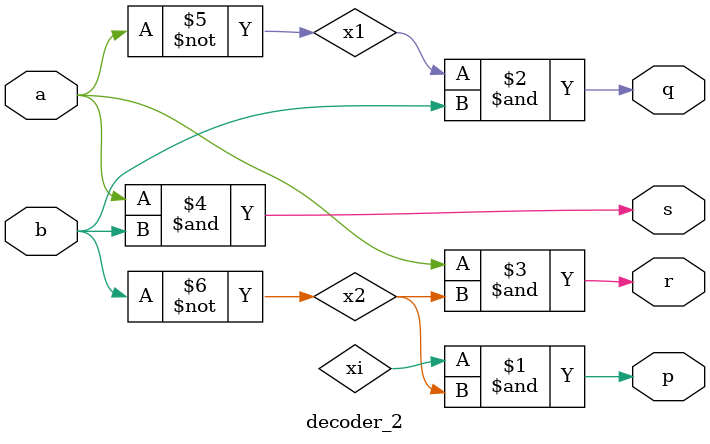
<source format=v>
module decoder_2 (input a, input b, output p,output q,output r,output s); 
not (x1,a);
not (x2,b);
and (p,xi,x2);
and (q,x1,b);
and (r,a,x2);
and (s,a,b);
endmodule
</source>
